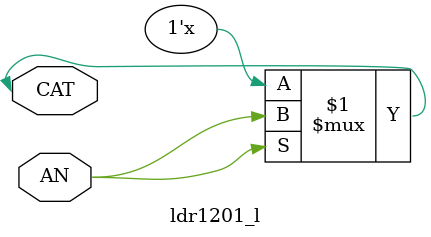
<source format=v>
/* 
 *  Created:  < wittich 14/11/95>
 *  Time-stamp: <95/11/16 12:59:56 wittich>
 *  filename: /tape/snopcb/snolib_fec32/ldr1201_l/verilog_lib/verilog.v
 *  
 *  Comments: copied from cadence's standard LED library part
 *
 *  Modification History:
 *  ------------------------------
 *  16/11/95          Created.
 * 
 */ 
`timescale 1 ns / 1 ns


module  ldr1201_l (AN, CAT);
    inout 
        AN,
        CAT;
    bufif1 
        B1(CAT, AN, AN);

endmodule /* ldr1201_l */
   


</source>
